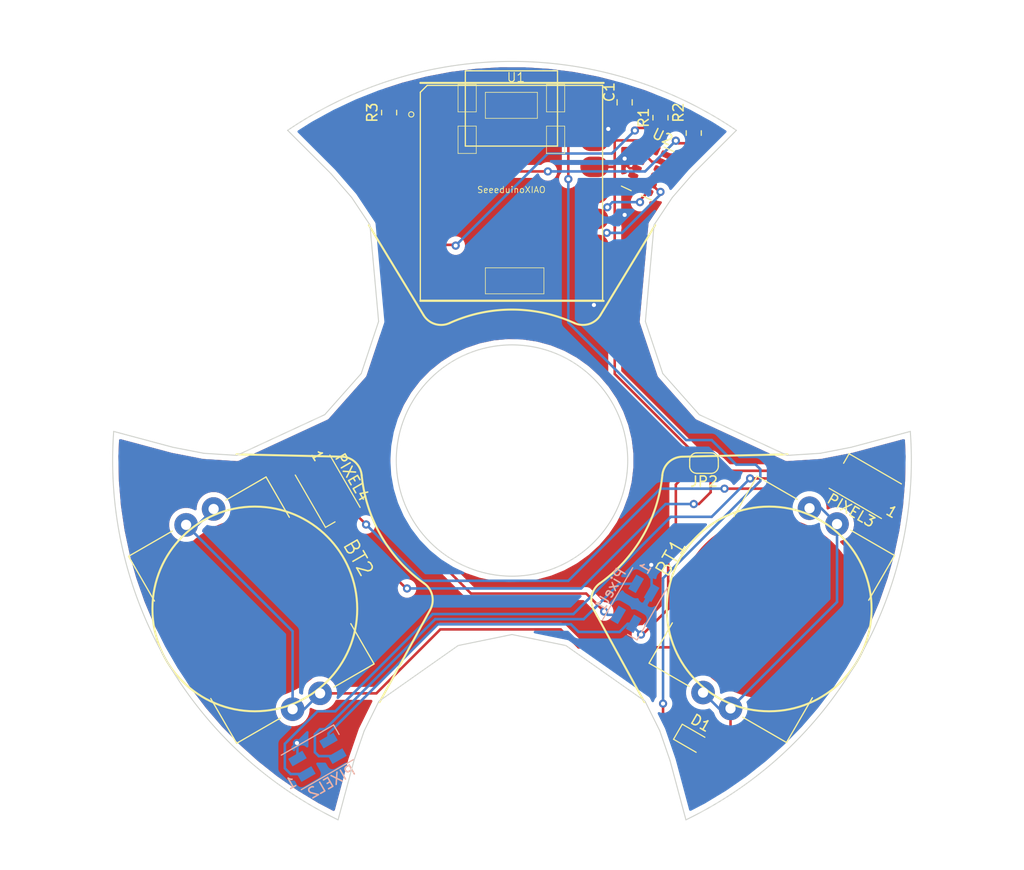
<source format=kicad_pcb>
(kicad_pcb (version 20171130) (host pcbnew "(5.1.10)-1")
  (layers (0 F.Cu signal) (31 B.Cu signal) (34 B.Paste user) (35 F.Paste user) (36 B.SilkS user) (37 F.SilkS user) (38 B.Mask user) (39 F.Mask user) (44 Edge.Cuts user))
  (net 0 "")
  (net 1 +3V3)
  (net 2 GND)
  (net 3 "Net-(D1-Pad1)")
  (net 4 "Net-(JP2-Pad1)")
  (net 5 "Net-(Pixel1-Pad4)")
  (net 6 "Net-(PIXEL2-Pad4)")
  (net 7 "Net-(PIXEL2-Pad1)")
  (net 8 "Net-(PIXEL3-Pad1)")
  (net 9 "Net-(PIXEL4-Pad1)")
  (net 10 "Net-(R3-Pad2)")
  (net 11 "Net-(U1-Pad11)")
  (net 12 INT1)
  (net 13 INT2)
  (net 14 "Net-(U1-Pad8)")
  (net 15 "Net-(U1-Pad7)")
  (net 16 SCL)
  (net 17 SDA)
  (net 18 "Net-(U1-Pad4)")
  (net 19 "Net-(U1-Pad3)")
  (net 20 "Net-(U1-Pad1)")
  (net 21 "Net-(U1-Pad17)")
  (net 22 "Net-(U1-Pad18)")
  (net 23 "Net-(U1-Pad19)")
  (net 24 "Net-(U2-Pad3)")
  (net 25 "Net-(U2-Pad10)")
  (net 26 "Net-(U2-Pad11)")
  (net 27 "Net-(BT1-PadP1)")
  (net 28 "Net-(U1-Pad20)")
  (net 29 "Net-(U1-Pad16)")
  (net 30 "Net-(U1-Pad15)")
  (net 31 /B15)
  (module BAT-HLD-001-THM:BAT_BAT-HLD-001-THM (layer F.Cu) (at 74.761129 114.491322 300)
    (fp_text reference BT2 (at 0.796824 -11.362783 120) (layer F.SilkS) (effects (font (size 1.4 1.4))))
    (fp_text value BAT-HLD-001-THM)
    (fp_line (start 10.55 8) (end 10.55 3.07) (layer F.SilkS) (width 0.127))
    (fp_line (start 5.5 8) (end 10.55 8) (layer F.SilkS) (width 0.127))
    (fp_line (start -10.55 8) (end -5.5 8) (layer F.SilkS) (width 0.127))
    (fp_line (start -10.55 3.07) (end -10.55 8) (layer F.SilkS) (width 0.127))
    (fp_line (start 10.55 -7.5) (end 10.55 -2.97) (layer F.SilkS) (width 0.127))
    (fp_line (start 6 -7.5) (end 10.55 -7.5) (layer F.SilkS) (width 0.127))
    (fp_line (start -10.55 -7.5) (end -6 -7.5) (layer F.SilkS) (width 0.127))
    (fp_line (start -10.55 -2.97) (end -10.55 -7.5) (layer F.SilkS) (width 0.127))
    (pad P4 thru_hole circle (at 10.4 -1.5 300) (size 2.3 2.3) (drill 1) (layers *.Cu *.Mask) (net 31 /B15))
    (pad P3 thru_hole circle (at 10.4 1.6 300) (size 2.3 2.3) (drill 1) (layers *.Cu *.Mask) (net 31 /B15))
    (pad P2 thru_hole circle (at -10.4 1.6 300) (size 2.3 2.3) (drill 1) (layers *.Cu *.Mask) (net 31 /B15))
    (pad P1 thru_hole circle (at -10.4 -1.5 300) (size 2.3 2.3) (drill 1) (layers *.Cu *.Mask) (net 31 /B15))
    (pad N smd circle (at 0 0 300) (size 17.8 17.8) (layers F.Cu F.Mask) (net 2 GND))
  )
  (module BAT-HLD-001-THM:BAT_BAT-HLD-001-THM (layer F.Cu) (at 125.154969 114.414968 60)
    (fp_text reference BT1 (at -0.570997 -10.818932 60) (layer F.SilkS) (effects (font (size 1.4 1.4))))
    (fp_text value BAT-HLD-001-THM)
    (fp_line (start 10.55 8) (end 10.55 3.07) (layer F.SilkS) (width 0.127))
    (fp_line (start 5.5 8) (end 10.55 8) (layer F.SilkS) (width 0.127))
    (fp_line (start -10.55 8) (end -5.5 8) (layer F.SilkS) (width 0.127))
    (fp_line (start -10.55 3.07) (end -10.55 8) (layer F.SilkS) (width 0.127))
    (fp_line (start 10.55 -7.5) (end 10.55 -2.97) (layer F.SilkS) (width 0.127))
    (fp_line (start 6 -7.5) (end 10.55 -7.5) (layer F.SilkS) (width 0.127))
    (fp_line (start -10.55 -7.5) (end -6 -7.5) (layer F.SilkS) (width 0.127))
    (fp_line (start -10.55 -2.97) (end -10.55 -7.5) (layer F.SilkS) (width 0.127))
    (pad P4 thru_hole circle (at 10.4 -1.5 60) (size 2.3 2.3) (drill 1) (layers *.Cu *.Mask) (net 27 "Net-(BT1-PadP1)"))
    (pad P3 thru_hole circle (at 10.4 1.6 60) (size 2.3 2.3) (drill 1) (layers *.Cu *.Mask) (net 27 "Net-(BT1-PadP1)"))
    (pad P2 thru_hole circle (at -10.4 1.6 60) (size 2.3 2.3) (drill 1) (layers *.Cu *.Mask) (net 27 "Net-(BT1-PadP1)"))
    (pad P1 thru_hole circle (at -10.4 -1.5 60) (size 2.3 2.3) (drill 1) (layers *.Cu *.Mask) (net 27 "Net-(BT1-PadP1)"))
    (pad N smd circle (at 0 0 60) (size 17.8 17.8) (layers F.Cu F.Mask) (net 31 /B15))
  )
  (module "Seeeduino_XIAO:Seeeduino XIAO-MOUDLE14P-2.54-21X17.8MM" (layer F.Cu) (at 91.049515 84.342097)
    (fp_text reference U1 (at 9.3345 -21.7805) (layer F.SilkS) (effects (font (size 0.889 0.889) (thickness 0.1016))))
    (fp_text value SeeeduinoXIAO (at 8.89 -10.795) (layer F.SilkS) (effects (font (size 0.6096 0.6096) (thickness 0.0762))))
    (fp_line (start 6.35 -17.78) (end 11.43 -17.78) (layer F.SilkS) (width 0.06604))
    (fp_line (start 11.43 -17.78) (end 11.43 -20.32) (layer F.SilkS) (width 0.06604))
    (fp_line (start 6.35 -20.32) (end 11.43 -20.32) (layer F.SilkS) (width 0.06604))
    (fp_line (start 6.35 -17.78) (end 6.35 -20.32) (layer F.SilkS) (width 0.06604))
    (fp_line (start 6.35 -0.635) (end 12.065 -0.635) (layer F.SilkS) (width 0.06604))
    (fp_line (start 12.065 -0.635) (end 12.065 -3.175) (layer F.SilkS) (width 0.06604))
    (fp_line (start 6.35 -3.175) (end 12.065 -3.175) (layer F.SilkS) (width 0.06604))
    (fp_line (start 6.35 -0.635) (end 6.35 -3.175) (layer F.SilkS) (width 0.06604))
    (fp_line (start 3.683 -18.415) (end 5.461 -18.415) (layer F.SilkS) (width 0.06604))
    (fp_line (start 5.461 -18.415) (end 5.461 -21.082) (layer F.SilkS) (width 0.06604))
    (fp_line (start 3.683 -21.082) (end 5.461 -21.082) (layer F.SilkS) (width 0.06604))
    (fp_line (start 3.683 -18.415) (end 3.683 -21.082) (layer F.SilkS) (width 0.06604))
    (fp_line (start 3.683 -14.34846) (end 5.461 -14.34846) (layer F.SilkS) (width 0.06604))
    (fp_line (start 5.461 -14.34846) (end 5.461 -17.018) (layer F.SilkS) (width 0.06604))
    (fp_line (start 3.683 -17.018) (end 5.461 -17.018) (layer F.SilkS) (width 0.06604))
    (fp_line (start 3.683 -14.34846) (end 3.683 -17.018) (layer F.SilkS) (width 0.06604))
    (fp_line (start 12.319 -14.34846) (end 14.097 -14.34846) (layer F.SilkS) (width 0.06604))
    (fp_line (start 14.097 -14.34846) (end 14.097 -17.018) (layer F.SilkS) (width 0.06604))
    (fp_line (start 12.319 -17.018) (end 14.097 -17.018) (layer F.SilkS) (width 0.06604))
    (fp_line (start 12.319 -14.34846) (end 12.319 -17.018) (layer F.SilkS) (width 0.06604))
    (fp_line (start 12.319 -18.415) (end 14.097 -18.415) (layer F.SilkS) (width 0.06604))
    (fp_line (start 14.097 -18.415) (end 14.097 -21.082) (layer F.SilkS) (width 0.06604))
    (fp_line (start 12.319 -21.082) (end 14.097 -21.082) (layer F.SilkS) (width 0.06604))
    (fp_line (start 12.319 -18.415) (end 12.319 -21.082) (layer F.SilkS) (width 0.06604))
    (fp_line (start 0 0) (end 17.79778 0) (layer F.SilkS) (width 0.127))
    (fp_line (start 17.79778 0) (end 17.79778 -20.99818) (layer F.SilkS) (width 0.127))
    (fp_line (start 17.79778 -20.99818) (end 0.67056 -20.99818) (layer F.SilkS) (width 0.127))
    (fp_line (start 0.67056 -20.99818) (end 0 -20.32762) (layer F.SilkS) (width 0.127))
    (fp_line (start 0 -20.32762) (end 0 0) (layer F.SilkS) (width 0.127))
    (fp_line (start 4.39928 -22.42312) (end 13.39342 -22.42312) (layer F.SilkS) (width 0.127))
    (fp_line (start 13.39342 -22.42312) (end 13.39342 -15.06982) (layer F.SilkS) (width 0.127))
    (fp_line (start 13.39342 -15.06982) (end 4.3942 -15.06982) (layer F.SilkS) (width 0.127))
    (fp_line (start 4.3942 -15.06982) (end 4.3942 -22.42312) (layer F.SilkS) (width 0.127))
    (fp_circle (center -0.889 -18.161) (end -0.889 -18.415) (layer F.SilkS) (width 0.1))
    (pad 20 smd circle (at 10.238803 -16.264187 90) (size 1.143 1.143) (layers F.Cu F.Paste F.Mask) (net 28 "Net-(U1-Pad20)"))
    (pad 19 smd circle (at 7.698803 -16.264187 90) (size 1.143 1.143) (layers F.Cu F.Paste F.Mask) (net 23 "Net-(U1-Pad19)"))
    (pad 18 smd circle (at 10.238803 -18.804187 90) (size 1.143 1.143) (layers F.Cu F.Paste F.Mask) (net 22 "Net-(U1-Pad18)"))
    (pad 17 smd circle (at 7.698803 -18.804187 90) (size 1.143 1.143) (layers F.Cu F.Paste F.Mask) (net 21 "Net-(U1-Pad17)"))
    (pad 16 smd oval (at 10.25 -1.8 90) (size 2.032 1.016) (layers F.Cu F.Paste F.Mask) (net 29 "Net-(U1-Pad16)"))
    (pad 15 smd oval (at 7.7 -1.8 90) (size 2.032 1.016) (layers F.Cu F.Paste F.Mask) (net 30 "Net-(U1-Pad15)"))
    (pad 1 smd oval (at 0.83312 -18.11782) (size 2.74828 1.99898) (layers F.Cu F.Paste F.Mask) (net 20 "Net-(U1-Pad1)"))
    (pad 2 smd oval (at 0.83312 -15.57782) (size 2.74828 1.99898) (layers F.Cu F.Paste F.Mask) (net 10 "Net-(R3-Pad2)"))
    (pad 3 smd oval (at 0.83312 -13.03782) (size 2.74828 1.99898) (layers F.Cu F.Paste F.Mask) (net 19 "Net-(U1-Pad3)"))
    (pad 4 smd oval (at 0.83312 -10.49782) (size 2.74828 1.99898) (layers F.Cu F.Paste F.Mask) (net 18 "Net-(U1-Pad4)"))
    (pad 5 smd oval (at 0.83312 -7.95782) (size 2.74828 1.99898) (layers F.Cu F.Paste F.Mask) (net 17 SDA))
    (pad 6 smd oval (at 0.83312 -5.41782) (size 2.74828 1.99898) (layers F.Cu F.Paste F.Mask) (net 16 SCL))
    (pad 7 smd oval (at 0.83312 -2.87782) (size 2.74828 1.99898) (layers F.Cu F.Paste F.Mask) (net 15 "Net-(U1-Pad7)"))
    (pad 8 smd oval (at 16.99768 -2.87782) (size 2.74828 1.99898) (layers F.Cu F.Paste F.Mask) (net 14 "Net-(U1-Pad8)"))
    (pad 9 smd oval (at 16.99768 -5.41782) (size 2.74828 1.99898) (layers F.Cu F.Paste F.Mask) (net 13 INT2))
    (pad 10 smd oval (at 16.99768 -7.95782) (size 2.74828 1.99898) (layers F.Cu F.Paste F.Mask) (net 12 INT1))
    (pad 11 smd oval (at 16.99768 -10.49782) (size 2.74828 1.99898) (layers F.Cu F.Paste F.Mask) (net 11 "Net-(U1-Pad11)"))
    (pad 12 smd oval (at 16.99768 -13.03782) (size 2.74828 1.99898) (layers F.Cu F.Paste F.Mask) (net 1 +3V3))
    (pad 13 smd oval (at 16.99768 -15.57782) (size 2.74828 1.99898) (layers F.Cu F.Paste F.Mask) (net 2 GND))
    (pad 14 smd oval (at 16.99768 -18.11782) (size 2.74828 1.99898) (layers F.Cu F.Paste F.Mask) (net 3 "Net-(D1-Pad1)"))
  )
  (module LED_SMD:LED_SK6812MINI_PLCC4_3.5x3.5mm_P1.75mm (layer F.Cu) (at 134.5 102.5 150)
    (fp_text reference PIXEL3 (at 0 -2.75 150) (layer F.SilkS))
    (fp_text value NeoPixel_THT)
    (fp_line (start 2.95 1.95) (end 2.95 0.875) (layer F.SilkS) (width 0.12))
    (fp_line (start -2.95 1.95) (end 2.95 1.95) (layer F.SilkS) (width 0.12))
    (fp_line (start -2.95 -1.95) (end 2.95 -1.95) (layer F.SilkS) (width 0.12))
    (fp_text user 1 (at -3.5 -0.875 150) (layer F.SilkS))
    (pad 1 smd rect (at -1.75 -0.875 150) (size 1.6 0.85) (layers F.Cu F.Paste F.Mask) (net 8 "Net-(PIXEL3-Pad1)"))
    (pad 2 smd rect (at -1.75 0.875 150) (size 1.6 0.85) (layers F.Cu F.Paste F.Mask) (net 2 GND))
    (pad 4 smd rect (at 1.75 -0.875 150) (size 1.6 0.85) (layers F.Cu F.Paste F.Mask) (net 7 "Net-(PIXEL2-Pad1)"))
    (pad 3 smd rect (at 1.75 0.875 150) (size 1.6 0.85) (layers F.Cu F.Paste F.Mask) (net 4 "Net-(JP2-Pad1)"))
  )
  (module LED_SMD:LED_SK6812MINI_PLCC4_3.5x3.5mm_P1.75mm (layer F.Cu) (at 82 103 300)
    (fp_text reference PIXEL4 (at 0 -2.75 120) (layer F.SilkS))
    (fp_text value NeoPixel_THT)
    (fp_line (start 2.95 1.95) (end 2.95 0.875) (layer F.SilkS) (width 0.12))
    (fp_line (start -2.95 1.95) (end 2.95 1.95) (layer F.SilkS) (width 0.12))
    (fp_line (start -2.95 -1.95) (end 2.95 -1.95) (layer F.SilkS) (width 0.12))
    (fp_text user 1 (at -3.5 -0.875 120) (layer F.SilkS))
    (pad 1 smd rect (at -1.75 -0.875 300) (size 1.6 0.85) (layers F.Cu F.Paste F.Mask) (net 9 "Net-(PIXEL4-Pad1)"))
    (pad 2 smd rect (at -1.75 0.875 300) (size 1.6 0.85) (layers F.Cu F.Paste F.Mask) (net 2 GND))
    (pad 4 smd rect (at 1.75 -0.875 300) (size 1.6 0.85) (layers F.Cu F.Paste F.Mask) (net 8 "Net-(PIXEL3-Pad1)"))
    (pad 3 smd rect (at 1.75 0.875 300) (size 1.6 0.85) (layers F.Cu F.Paste F.Mask) (net 4 "Net-(JP2-Pad1)"))
  )
  (module Capacitor_SMD:C_0805_2012Metric (layer F.Cu) (at 111 65 90)
    (fp_text reference C1 (at 1 -1.5 90) (layer F.SilkS))
    (fp_text value 0.1uF)
    (fp_line (start -0.261252 0.735) (end 0.261252 0.735) (layer F.SilkS) (width 0.12))
    (fp_line (start -0.261252 -0.735) (end 0.261252 -0.735) (layer F.SilkS) (width 0.12))
    (pad 2 smd roundrect (at 0.95 0 90) (size 1 1.45) (layers F.Cu F.Paste F.Mask) (net 2 GND))
    (pad 1 smd roundrect (at -0.95 0 90) (size 1 1.45) (layers F.Cu F.Paste F.Mask) (net 1 +3V3))
  )
  (module Jumper:SolderJumper-2_P1.3mm_Open_RoundedPad1.0x1.5mm (layer F.Cu) (at 118.75 100.25 180)
    (fp_text reference JP2 (at 0 -1.8) (layer F.SilkS))
    (fp_text value Jumper_2_Open)
    (fp_line (start -0.7 -1) (end 0.7 -1) (layer F.SilkS) (width 0.12))
    (fp_line (start 1.4 -0.3) (end 1.4 0.3) (layer F.SilkS) (width 0.12))
    (fp_line (start 0.7 1) (end -0.7 1) (layer F.SilkS) (width 0.12))
    (fp_line (start -1.4 0.3) (end -1.4 -0.3) (layer F.SilkS) (width 0.12))
    (fp_arc (start -0.7 -0.3) (end -0.7 -1) (angle -90) (layer F.SilkS) (width 0.12))
    (fp_arc (start -0.7 0.3) (end -1.4 0.3) (angle -90) (layer F.SilkS) (width 0.12))
    (fp_arc (start 0.7 0.3) (end 0.7 1) (angle -90) (layer F.SilkS) (width 0.12))
    (fp_arc (start 0.7 -0.3) (end 1.4 -0.3) (angle -90) (layer F.SilkS) (width 0.12))
    (pad 2 smd custom (at 0.65 0 180) (size 1 0.5) (layers F.Cu F.Mask) (net 1 +3V3) (options (clearance outline) (anchor rect)) (primitives (gr_circle (center 0 0.25) (end 0.5 0.25) (width 0)) (gr_circle (center 0 -0.25) (end 0.5 -0.25) (width 0)) (gr_poly (pts (xy 0 -0.75) (xy -0.5 -0.75) (xy -0.5 0.75) (xy 0 0.75)) (width 0))))
    (pad 1 smd custom (at -0.65 0 180) (size 1 0.5) (layers F.Cu F.Mask) (net 4 "Net-(JP2-Pad1)") (options (clearance outline) (anchor rect)) (primitives (gr_circle (center 0 0.25) (end 0.5 0.25) (width 0)) (gr_circle (center 0 -0.25) (end 0.5 -0.25) (width 0)) (gr_poly (pts (xy 0 -0.75) (xy 0.5 -0.75) (xy 0.5 0.75) (xy 0 0.75)) (width 0))))
  )
  (module LED_SMD:LED_SK6812MINI_PLCC4_3.5x3.5mm_P1.75mm (layer B.Cu) (at 112 114 240)
    (fp_text reference Pixel1 (at 0 2.75 240) (layer B.SilkS) (effects (justify mirror)))
    (fp_text value NeoPixel_THT)
    (fp_line (start -2.95 1.95) (end 2.95 1.95) (layer B.SilkS) (width 0.12))
    (fp_line (start -2.95 -1.95) (end 2.95 -1.95) (layer B.SilkS) (width 0.12))
    (fp_line (start 2.95 -1.95) (end 2.95 -0.875) (layer B.SilkS) (width 0.12))
    (fp_text user 1 (at -3.5 0.875 240) (layer B.SilkS) (effects (justify mirror)))
    (pad 3 smd rect (at 1.75 -0.875 240) (size 1.6 0.85) (layers B.Cu B.Paste B.Mask) (net 1 +3V3))
    (pad 4 smd rect (at 1.75 0.875 240) (size 1.6 0.85) (layers B.Cu B.Paste B.Mask) (net 5 "Net-(Pixel1-Pad4)"))
    (pad 2 smd rect (at -1.75 -0.875 240) (size 1.6 0.85) (layers B.Cu B.Paste B.Mask) (net 2 GND))
    (pad 1 smd rect (at -1.75 0.875 240) (size 1.6 0.85) (layers B.Cu B.Paste B.Mask) (net 6 "Net-(PIXEL2-Pad4)"))
  )
  (module LED_SMD:LED_SK6812MINI_PLCC4_3.5x3.5mm_P1.75mm (layer B.Cu) (at 81 129 30)
    (fp_text reference PIXEL2 (at 0 2.75 210) (layer B.SilkS) (effects (justify mirror)))
    (fp_text value NeoPixel_THT)
    (fp_line (start -2.95 1.95) (end 2.95 1.95) (layer B.SilkS) (width 0.12))
    (fp_line (start -2.95 -1.95) (end 2.95 -1.95) (layer B.SilkS) (width 0.12))
    (fp_line (start 2.95 -1.95) (end 2.95 -0.875) (layer B.SilkS) (width 0.12))
    (fp_text user 1 (at -3.5 0.875 210) (layer B.SilkS) (effects (justify mirror)))
    (pad 3 smd rect (at 1.75 -0.875 30) (size 1.6 0.85) (layers B.Cu B.Paste B.Mask) (net 1 +3V3))
    (pad 4 smd rect (at 1.75 0.875 30) (size 1.6 0.85) (layers B.Cu B.Paste B.Mask) (net 6 "Net-(PIXEL2-Pad4)"))
    (pad 2 smd rect (at -1.75 -0.875 30) (size 1.6 0.85) (layers B.Cu B.Paste B.Mask) (net 2 GND))
    (pad 1 smd rect (at -1.75 0.875 30) (size 1.6 0.85) (layers B.Cu B.Paste B.Mask) (net 7 "Net-(PIXEL2-Pad1)"))
  )
  (module Resistor_SMD:R_0805_2012Metric_Pad1.20x1.40mm_HandSolder (layer F.Cu) (at 114.5 66.5 90)
    (fp_text reference R1 (at 0 -1.65 90) (layer F.SilkS))
    (fp_text value 10K)
    (fp_line (start -0.227064 0.735) (end 0.227064 0.735) (layer F.SilkS) (width 0.12))
    (fp_line (start -0.227064 -0.735) (end 0.227064 -0.735) (layer F.SilkS) (width 0.12))
    (pad 2 smd roundrect (at 1 0 90) (size 1.2 1.4) (layers F.Cu F.Paste F.Mask) (roundrect_rratio 0.208333) (net 1 +3V3))
    (pad 1 smd roundrect (at -1 0 90) (size 1.2 1.4) (layers F.Cu F.Paste F.Mask) (roundrect_rratio 0.208333) (net 16 SCL))
  )
  (module Resistor_SMD:R_0805_2012Metric_Pad1.20x1.40mm_HandSolder (layer F.Cu) (at 88 66 90)
    (fp_text reference R3 (at 0 -1.65 90) (layer F.SilkS))
    (fp_text value 400)
    (fp_line (start -0.227064 -0.735) (end 0.227064 -0.735) (layer F.SilkS) (width 0.12))
    (fp_line (start -0.227064 0.735) (end 0.227064 0.735) (layer F.SilkS) (width 0.12))
    (pad 1 smd roundrect (at -1 0 90) (size 1.2 1.4) (layers F.Cu F.Paste F.Mask) (roundrect_rratio 0.208333) (net 5 "Net-(Pixel1-Pad4)"))
    (pad 2 smd roundrect (at 1 0 90) (size 1.2 1.4) (layers F.Cu F.Paste F.Mask) (roundrect_rratio 0.208333) (net 10 "Net-(R3-Pad2)"))
  )
  (module Package_LGA:LGA-14_3x5mm_P0.8mm_LayoutBorder1x6y (layer F.Cu) (at 113.25 71.5 335)
    (fp_text reference U2 (at 0 -3.45 155) (layer F.SilkS))
    (fp_text value ADXL343)
    (fp_line (start 0.56 2.61) (end 1.61 2.61) (layer F.SilkS) (width 0.12))
    (fp_line (start -0.56 2.61) (end -1.61 2.61) (layer F.SilkS) (width 0.12))
    (fp_line (start 0.56 -2.61) (end 1.61 -2.61) (layer F.SilkS) (width 0.12))
    (pad 14 smd roundrect (at 0 -2 335) (size 0.6 0.95) (layers F.Cu F.Paste F.Mask) (net 16 SCL))
    (pad 13 smd roundrect (at 1 -2 335) (size 0.95 0.6) (layers F.Cu F.Paste F.Mask) (net 17 SDA))
    (pad 12 smd roundrect (at 1 -1.2 335) (size 0.95 0.6) (layers F.Cu F.Paste F.Mask) (net 2 GND))
    (pad 11 smd roundrect (at 1 -0.4 335) (size 0.95 0.6) (layers F.Cu F.Paste F.Mask) (net 26 "Net-(U2-Pad11)"))
    (pad 10 smd roundrect (at 1 0.4 335) (size 0.95 0.6) (layers F.Cu F.Paste F.Mask) (net 25 "Net-(U2-Pad10)"))
    (pad 9 smd roundrect (at 1 1.2 335) (size 0.95 0.6) (layers F.Cu F.Paste F.Mask) (net 13 INT2))
    (pad 8 smd roundrect (at 1 2 335) (size 0.95 0.6) (layers F.Cu F.Paste F.Mask) (net 12 INT1))
    (pad 7 smd roundrect (at 0 2 335) (size 0.6 0.95) (layers F.Cu F.Paste F.Mask) (net 1 +3V3))
    (pad 6 smd roundrect (at -1 2 335) (size 0.95 0.6) (layers F.Cu F.Paste F.Mask) (net 1 +3V3))
    (pad 5 smd roundrect (at -1 1.2 335) (size 0.95 0.6) (layers F.Cu F.Paste F.Mask) (net 2 GND))
    (pad 4 smd roundrect (at -1 0.4 335) (size 0.95 0.6) (layers F.Cu F.Paste F.Mask) (net 2 GND))
    (pad 3 smd roundrect (at -1 -0.4 335) (size 0.95 0.6) (layers F.Cu F.Paste F.Mask) (net 24 "Net-(U2-Pad3)"))
    (pad 2 smd roundrect (at -1 -1.2 335) (size 0.95 0.6) (layers F.Cu F.Paste F.Mask) (net 2 GND))
    (pad 1 smd roundrect (at -1 -2 335) (size 0.95 0.6) (layers F.Cu F.Paste F.Mask) (net 1 +3V3))
  )
  (module Resistor_SMD:R_0805_2012Metric_Pad1.20x1.40mm_HandSolder (layer F.Cu) (at 117.75 68 90)
    (fp_text reference R2 (at 2 -1.5 90) (layer F.SilkS))
    (fp_text value 10K)
    (fp_line (start -0.227064 -0.735) (end 0.227064 -0.735) (layer F.SilkS) (width 0.12))
    (fp_line (start -0.227064 0.735) (end 0.227064 0.735) (layer F.SilkS) (width 0.12))
    (pad 1 smd roundrect (at -1 0 90) (size 1.2 1.4) (layers F.Cu F.Paste F.Mask) (roundrect_rratio 0.208333) (net 17 SDA))
    (pad 2 smd roundrect (at 1 0 90) (size 1.2 1.4) (layers F.Cu F.Paste F.Mask) (roundrect_rratio 0.208333) (net 1 +3V3))
  )
  (module Diode_SMD:D_SOD-323 (layer F.Cu) (at 117.5 127.25 330)
    (fp_text reference D1 (at 0 -1.85 150) (layer F.SilkS))
    (fp_text value D)
    (fp_line (start -1.5 -0.85) (end -1.5 0.85) (layer F.SilkS) (width 0.12))
    (fp_line (start -1.5 0.85) (end 1.05 0.85) (layer F.SilkS) (width 0.12))
    (fp_line (start -1.5 -0.85) (end 1.05 -0.85) (layer F.SilkS) (width 0.12))
    (pad 1 smd rect (at -1.05 0 330) (size 0.6 0.45) (layers F.Cu F.Paste F.Mask) (net 3 "Net-(D1-Pad1)"))
    (pad 2 smd rect (at 1.05 0 330) (size 0.6 0.45) (layers F.Cu F.Paste F.Mask) (net 27 "Net-(BT1-PadP1)"))
  )
  (gr_line (start 84.565514 129.322172) (end 83.015391 135.107308) (layer Edge.Cuts) (width 0.1))
  (gr_line (start 85.565586 126.415251) (end 84.565514 129.322172) (layer Edge.Cuts) (width 0.1))
  (gr_line (start 86.996557 123.529446) (end 85.565586 126.415251) (layer Edge.Cuts) (width 0.1))
  (gr_line (start 94.7402 118.077457) (end 86.996557 123.529446) (layer Edge.Cuts) (width 0.1))
  (gr_line (start 100 117) (end 94.7402 118.077457) (layer Edge.Cuts) (width 0.1))
  (gr_line (start 105.259799 118.077457) (end 100 117) (layer Edge.Cuts) (width 0.1))
  (gr_line (start 113.003442 123.529446) (end 105.259799 118.077457) (layer Edge.Cuts) (width 0.1))
  (gr_line (start 114.434413 126.415251) (end 113.003442 123.529446) (layer Edge.Cuts) (width 0.1))
  (gr_line (start 115.434485 129.322172) (end 114.434413 126.415251) (layer Edge.Cuts) (width 0.1))
  (gr_line (start 116.984608 135.107308) (end 115.434485 129.322172) (layer Edge.Cuts) (width 0.1))
  (gr_arc (start 100 100) (end 116.984608 135.107308) (angle -68.36541888) (layer Edge.Cuts) (width 0.1))
  (gr_line (start 133.110989 98.70557) (end 138.896124 97.155448) (layer Edge.Cuts) (width 0.1))
  (gr_line (start 130.093485 99.292943) (end 133.110989 98.70557) (layer Edge.Cuts) (width 0.1))
  (gr_line (start 126.878819 99.496588) (end 130.093485 99.292943) (layer Edge.Cuts) (width 0.1))
  (gr_line (start 118.285436 95.51639) (end 126.878819 99.496588) (layer Edge.Cuts) (width 0.1))
  (gr_line (start 114.722431 91.499999) (end 118.285436 95.51639) (layer Edge.Cuts) (width 0.1))
  (gr_line (start 113.025637 86.406151) (end 114.722431 91.499999) (layer Edge.Cuts) (width 0.1))
  (gr_line (start 113.875377 76.973964) (end 113.025637 86.406151) (layer Edge.Cuts) (width 0.1))
  (gr_line (start 115.659071 74.291805) (end 113.875377 76.973964) (layer Edge.Cuts) (width 0.1))
  (gr_line (start 117.676503 71.972256) (end 115.659071 74.291805) (layer Edge.Cuts) (width 0.1))
  (gr_line (start 121.911516 67.737243) (end 117.676503 71.972256) (layer Edge.Cuts) (width 0.1))
  (gr_arc (start 100 100) (end 121.911516 67.737243) (angle -68.36541888) (layer Edge.Cuts) (width 0.1))
  (gr_line (start 82.323496 71.972256) (end 78.088483 67.737243) (layer Edge.Cuts) (width 0.1))
  (gr_line (start 84.340928 74.291805) (end 82.323496 71.972256) (layer Edge.Cuts) (width 0.1))
  (gr_line (start 86.124622 76.973964) (end 84.340928 74.291805) (layer Edge.Cuts) (width 0.1))
  (gr_line (start 86.974362 86.406151) (end 86.124622 76.973964) (layer Edge.Cuts) (width 0.1))
  (gr_line (start 85.277568 91.5) (end 86.974362 86.406151) (layer Edge.Cuts) (width 0.1))
  (gr_line (start 81.714563 95.51639) (end 85.277568 91.5) (layer Edge.Cuts) (width 0.1))
  (gr_line (start 73.12118 99.496588) (end 81.714563 95.51639) (layer Edge.Cuts) (width 0.1))
  (gr_line (start 69.906514 99.292943) (end 73.12118 99.496588) (layer Edge.Cuts) (width 0.1))
  (gr_line (start 66.88901 98.70557) (end 69.906514 99.292943) (layer Edge.Cuts) (width 0.1))
  (gr_line (start 61.103875 97.155448) (end 66.88901 98.70557) (layer Edge.Cuts) (width 0.1))
  (gr_arc (start 100 100) (end 61.103875 97.155448) (angle -68.36541888) (layer Edge.Cuts) (width 0.1))
  (gr_circle (center 100 100) (end 111.3 100) (layer Edge.Cuts) (width 0.1))
  (gr_line (start 92.011214 114.585671) (end 87.071654 123.604161) (layer F.SilkS) (width 0.2))
  (gr_line (start 113.97763 77.001644) (end 108.637168 85.788673) (layer F.SilkS) (width 0.2))
  (gr_line (start 91.362831 85.788673) (end 86.022369 77.001644) (layer F.SilkS) (width 0.2))
  (gr_line (start 73.094024 99.394194) (end 83.374045 99.625655) (layer F.SilkS) (width 0.2))
  (gr_line (start 112.928345 123.604161) (end 107.988785 114.585671) (layer F.SilkS) (width 0.2))
  (gr_line (start 116.625954 99.625655) (end 126.905975 99.394194) (layer F.SilkS) (width 0.2))
  (gr_line (start 108.949999 63.1) (end 91.05 63.099999) (layer F.SilkS) (width 0.2))
  (gr_line (start 91.05 84.4) (end 108.949999 84.4) (layer F.SilkS) (width 0.2))
  (gr_circle (center 74.885263 114.5) (end 84.885263 114.5) (layer F.SilkS) (width 0.2))
  (gr_circle (center 125.114736 114.499999) (end 135.114736 114.499999) (layer F.SilkS) (width 0.2))
  (gr_arc (start 106.928066 84.749938) (end 106.100834 86.57084) (angle -83.14235158) (layer F.SilkS) (width 0.2))
  (gr_arc (start 100 100) (end 106.100834 86.57084) (angle -48.86437027) (layer F.SilkS) (width 0.2))
  (gr_arc (start 93.071933 84.749938) (end 91.362831 85.788673) (angle -83.14235158) (layer F.SilkS) (width 0.2))
  (gr_arc (start 83.329025 101.625149) (end 85.319589 101.431101) (angle -83.14235158) (layer F.SilkS) (width 0.2))
  (gr_arc (start 100 100) (end 85.319589 101.431101) (angle -48.86437027) (layer F.SilkS) (width 0.2))
  (gr_arc (start 90.257092 113.624912) (end 92.011214 114.585671) (angle -83.14235158) (layer F.SilkS) (width 0.2))
  (gr_arc (start 109.742907 113.624912) (end 108.579575 111.998057) (angle -83.14235158) (layer F.SilkS) (width 0.2))
  (gr_arc (start 100 100) (end 108.579575 111.998057) (angle -48.86437027) (layer F.SilkS) (width 0.2))
  (gr_arc (start 116.670974 101.625149) (end 116.625954 99.625655) (angle -83.14235158) (layer F.SilkS) (width 0.2))
  (segment (start 108.047195 71.304277) (end 109.945723 71.304277) (width 0.25) (layer F.Cu) (net 1))
  (segment (start 109.945723 71.304277) (end 110.031443 71.389997) (width 0.25) (layer F.Cu) (net 1))
  (segment (start 110.031443 77.218557) (end 110.062886 77.25) (width 0.25) (layer F.Cu) (net 1))
  (segment (start 111 65.95) (end 111 67) (width 0.25) (layer F.Cu) (net 1))
  (segment (start 111 67) (end 110.031443 67.968557) (width 0.25) (layer F.Cu) (net 1))
  (via (at 112.6 117) (size 0.8) (drill 0.4) (layers F.Cu B.Cu) (net 1))
  (segment (start 111.929728 116) (end 111.882772 115.953044) (width 0.25) (layer B.Cu) (net 1))
  (segment (start 82.078044 126.671956) (end 82.078044 127.367228) (width 0.25) (layer B.Cu) (net 1))
  (segment (start 92.75 116) (end 82.078044 126.671956) (width 0.25) (layer B.Cu) (net 1))
  (segment (start 105.75 116) (end 92.75 116) (width 0.25) (layer B.Cu) (net 1))
  (segment (start 106.5 116.75) (end 105.75 116) (width 0.25) (layer B.Cu) (net 1))
  (segment (start 110.5 116.75) (end 106.5 116.75) (width 0.25) (layer B.Cu) (net 1))
  (segment (start 111.296956 115.953044) (end 110.5 116.75) (width 0.25) (layer B.Cu) (net 1))
  (segment (start 111.882772 115.953044) (end 111.296956 115.953044) (width 0.25) (layer B.Cu) (net 1))
  (segment (start 115.25 108.25) (end 115.25 114.5) (width 0.25) (layer F.Cu) (net 1))
  (segment (start 116 107.5) (end 115.25 108.25) (width 0.25) (layer F.Cu) (net 1))
  (segment (start 111.882772 116.282772) (end 112.6 117) (width 0.25) (layer B.Cu) (net 1))
  (segment (start 111.882772 115.953044) (end 111.882772 116.282772) (width 0.25) (layer B.Cu) (net 1))
  (segment (start 112.75 117) (end 115.25 114.5) (width 0.25) (layer F.Cu) (net 1))
  (segment (start 112.6 117) (end 112.75 117) (width 0.25) (layer F.Cu) (net 1))
  (segment (start 111.921075 73.312616) (end 111.498456 72.889997) (width 0.25) (layer F.Cu) (net 1))
  (segment (start 112.404763 73.312616) (end 111.921075 73.312616) (width 0.25) (layer F.Cu) (net 1))
  (segment (start 113.188929 69.264766) (end 113.153892 69.264766) (width 0.25) (layer F.Cu) (net 1))
  (segment (start 113.153892 69.264766) (end 113.073134 69.184008) (width 0.25) (layer F.Cu) (net 1))
  (segment (start 110.031443 69.218557) (end 110.031443 71.389997) (width 0.25) (layer F.Cu) (net 1))
  (segment (start 110.110003 72.889997) (end 110.031443 72.968557) (width 0.25) (layer F.Cu) (net 1))
  (segment (start 111.498456 72.889997) (end 110.110003 72.889997) (width 0.25) (layer F.Cu) (net 1))
  (segment (start 110.031443 72.968557) (end 110.031443 77.218557) (width 0.25) (layer F.Cu) (net 1))
  (segment (start 110.031443 71.389997) (end 110.031443 72.968557) (width 0.25) (layer F.Cu) (net 1))
  (segment (start 113.188929 69.264766) (end 113.014766 69.264766) (width 0.25) (layer F.Cu) (net 1))
  (segment (start 112.468557 68.718557) (end 110.031443 68.718557) (width 0.25) (layer F.Cu) (net 1))
  (segment (start 113.014766 69.264766) (end 112.468557 68.718557) (width 0.25) (layer F.Cu) (net 1))
  (segment (start 110.031443 68.718557) (end 110.031443 69.218557) (width 0.25) (layer F.Cu) (net 1))
  (segment (start 110.031443 67.968557) (end 110.031443 68.718557) (width 0.25) (layer F.Cu) (net 1))
  (segment (start 117.75 67) (end 117 67) (width 0.25) (layer F.Cu) (net 1))
  (segment (start 115.5 65.5) (end 114.5 65.5) (width 0.25) (layer F.Cu) (net 1))
  (segment (start 117 67) (end 115.5 65.5) (width 0.25) (layer F.Cu) (net 1))
  (segment (start 111.45 65.5) (end 111 65.95) (width 0.25) (layer F.Cu) (net 1))
  (segment (start 114.5 65.5) (end 111.45 65.5) (width 0.25) (layer F.Cu) (net 1))
  (segment (start 118.1 99.6) (end 118.1 100.25) (width 0.25) (layer F.Cu) (net 1))
  (segment (start 110.031443 91.531443) (end 118.1 99.6) (width 0.25) (layer F.Cu) (net 1))
  (segment (start 110.031443 77.218557) (end 110.031443 91.531443) (width 0.25) (layer F.Cu) (net 1))
  (segment (start 116 102.35) (end 118.1 100.25) (width 0.25) (layer F.Cu) (net 1))
  (segment (start 116 107.5) (end 116 102.35) (width 0.25) (layer F.Cu) (net 1))
  (segment (start 108.047195 68.764277) (end 106.835723 68.764277) (width 0.25) (layer F.Cu) (net 2))
  (via (at 79 127.6) (size 0.8) (drill 0.4) (layers F.Cu B.Cu) (net 2))
  (segment (start 79.046956 127.646956) (end 79 127.6) (width 0.25) (layer B.Cu) (net 2))
  (segment (start 79.046956 129.117228) (end 79.046956 127.646956) (width 0.25) (layer B.Cu) (net 2))
  (segment (start 113.632772 110.232772) (end 113.6 110.2) (width 0.25) (layer B.Cu) (net 2))
  (via (at 113.6 110.2) (size 0.8) (drill 0.4) (layers F.Cu B.Cu) (net 2))
  (segment (start 113.632772 112.921956) (end 113.632772 110.232772) (width 0.25) (layer B.Cu) (net 2))
  (via (at 109.4 67.6) (size 0.8) (drill 0.4) (layers F.Cu B.Cu) (net 2))
  (segment (start 108.235723 68.764277) (end 109.4 67.6) (width 0.25) (layer F.Cu) (net 2))
  (segment (start 108.047195 68.764277) (end 108.235723 68.764277) (width 0.25) (layer F.Cu) (net 2))
  (via (at 108 84.8) (size 0.8) (drill 0.4) (layers F.Cu B.Cu) (net 2))
  (segment (start 113.672953 70.811931) (end 112.850834 69.989812) (width 0.25) (layer F.Cu) (net 2))
  (segment (start 114.640332 70.811931) (end 113.672953 70.811931) (width 0.25) (layer F.Cu) (net 2))
  (segment (start 111.25 70.95) (end 111.2 70.9) (width 0.25) (layer F.Cu) (net 2))
  (segment (start 111.25 70.85) (end 111.2 70.9) (width 0.25) (layer F.Cu) (net 2))
  (segment (start 111.83655 71.778) (end 112.174645 71.439905) (width 0.25) (layer F.Cu) (net 2))
  (segment (start 111.83655 72.164951) (end 111.83655 71.778) (width 0.25) (layer F.Cu) (net 2))
  (segment (start 112.49504 69.634018) (end 112.215982 69.634018) (width 0.25) (layer F.Cu) (net 2))
  (segment (start 112.215982 69.634018) (end 110.95 70.9) (width 0.25) (layer F.Cu) (net 2))
  (segment (start 112.850834 69.989812) (end 112.49504 69.634018) (width 0.25) (layer F.Cu) (net 2))
  (segment (start 111.489905 71.439905) (end 110.95 70.9) (width 0.25) (layer F.Cu) (net 2))
  (segment (start 112.174645 71.439905) (end 111.489905 71.439905) (width 0.25) (layer F.Cu) (net 2))
  (via (at 111 70.5) (size 0.8) (drill 0.4) (layers F.Cu B.Cu) (net 2))
  (via (at 111 76) (size 0.8) (drill 0.4) (layers F.Cu B.Cu) (net 2))
  (segment (start 116.590673 126.725) (end 116.475 126.725) (width 0.25) (layer F.Cu) (net 3))
  (segment (start 114.75 125) (end 114.75 123.75) (width 0.25) (layer F.Cu) (net 3))
  (via (at 114.75 123.75) (size 0.8) (drill 0.4) (layers F.Cu B.Cu) (net 3))
  (segment (start 116.475 126.725) (end 114.75 125) (width 0.25) (layer F.Cu) (net 3))
  (segment (start 114.75 123.75) (end 114.75 111.75) (width 0.25) (layer B.Cu) (net 3))
  (segment (start 114.75 111.75) (end 114.75 111.5) (width 0.25) (layer B.Cu) (net 3))
  (segment (start 114.75 111.5) (end 122.375 103.875) (width 0.25) (layer B.Cu) (net 3))
  (segment (start 122.375 103.875) (end 122.5 103.75) (width 0.25) (layer B.Cu) (net 3))
  (via (at 105.5 72.5) (size 0.8) (drill 0.4) (layers F.Cu B.Cu) (net 3))
  (segment (start 105.5 68.771472) (end 108.047195 66.224277) (width 0.25) (layer F.Cu) (net 3))
  (segment (start 105.5 72.5) (end 105.5 68.771472) (width 0.25) (layer F.Cu) (net 3))
  (segment (start 119.5 98) (end 117 98) (width 0.25) (layer B.Cu) (net 3))
  (segment (start 121.9 100.4) (end 119.5 98) (width 0.25) (layer B.Cu) (net 3))
  (segment (start 123.8 100.4) (end 121.9 100.4) (width 0.25) (layer B.Cu) (net 3))
  (segment (start 124.25 100.85) (end 123.8 100.4) (width 0.25) (layer B.Cu) (net 3))
  (segment (start 124.25 102) (end 124.25 100.85) (width 0.25) (layer B.Cu) (net 3))
  (segment (start 122.375 103.875) (end 124.25 102) (width 0.25) (layer B.Cu) (net 3))
  (segment (start 105.5 72.5) (end 105.5 86.5) (width 0.25) (layer B.Cu) (net 3))
  (segment (start 105.5 86.5) (end 107.125 88.125) (width 0.25) (layer B.Cu) (net 3))
  (segment (start 107.125 88.125) (end 106.575 87.575) (width 0.25) (layer B.Cu) (net 3))
  (segment (start 117 98) (end 107.125 88.125) (width 0.25) (layer B.Cu) (net 3))
  (via (at 117.75 104.25) (size 0.8) (drill 0.4) (layers F.Cu B.Cu) (net 4))
  (segment (start 115 104.25) (end 117.75 104.25) (width 0.25) (layer B.Cu) (net 4))
  (segment (start 117.75 104.25) (end 118.25 104.25) (width 0.25) (layer F.Cu) (net 4))
  (segment (start 119.4 103.1) (end 119.4 100.25) (width 0.25) (layer F.Cu) (net 4))
  (segment (start 118.25 104.25) (end 119.4 103.1) (width 0.25) (layer F.Cu) (net 4))
  (segment (start 106.75 112.5) (end 115 104.25) (width 0.25) (layer B.Cu) (net 4))
  (via (at 89.75 112.5) (size 0.8) (drill 0.4) (layers F.Cu B.Cu) (net 4))
  (segment (start 106.75 112.5) (end 89.75 112.5) (width 0.25) (layer B.Cu) (net 4))
  (segment (start 89.664184 112.5) (end 89.332092 112.167908) (width 0.25) (layer F.Cu) (net 4))
  (segment (start 89.75 112.5) (end 89.664184 112.5) (width 0.25) (layer F.Cu) (net 4))
  (segment (start 82.117228 104.953044) (end 89.332092 112.167908) (width 0.25) (layer F.Cu) (net 4))
  (segment (start 133.289184 101) (end 133.421956 100.867228) (width 0.25) (layer F.Cu) (net 4))
  (segment (start 121 101) (end 133.289184 101) (width 0.25) (layer F.Cu) (net 4))
  (segment (start 120.25 100.25) (end 121 101) (width 0.25) (layer F.Cu) (net 4))
  (segment (start 119.4 100.25) (end 120.25 100.25) (width 0.25) (layer F.Cu) (net 4))
  (via (at 109 114.75) (size 0.8) (drill 0.4) (layers F.Cu B.Cu) (net 5))
  (segment (start 109.328044 115.078044) (end 109 114.75) (width 0.25) (layer B.Cu) (net 5))
  (segment (start 110.367228 115.078044) (end 109.328044 115.078044) (width 0.25) (layer B.Cu) (net 5))
  (segment (start 88 105) (end 88 67) (width 0.25) (layer F.Cu) (net 5))
  (segment (start 96 113) (end 88 105) (width 0.25) (layer F.Cu) (net 5))
  (segment (start 107.25 113) (end 96 113) (width 0.25) (layer F.Cu) (net 5))
  (segment (start 109 114.75) (end 107.25 113) (width 0.25) (layer F.Cu) (net 5))
  (segment (start 112.117228 112.046956) (end 110.453044 112.046956) (width 0.25) (layer B.Cu) (net 6))
  (segment (start 110.453044 112.046956) (end 107 115.5) (width 0.25) (layer B.Cu) (net 6))
  (segment (start 107 115.5) (end 92.5 115.5) (width 0.25) (layer B.Cu) (net 6))
  (segment (start 92.5 115.5) (end 81.75 126.25) (width 0.25) (layer B.Cu) (net 6))
  (segment (start 81.75 126.25) (end 81.25 126.25) (width 0.25) (layer B.Cu) (net 6))
  (segment (start 81.25 126.25) (end 80.75 126.75) (width 0.25) (layer B.Cu) (net 6))
  (segment (start 80.75 126.75) (end 80.75 128.5) (width 0.25) (layer B.Cu) (net 6))
  (segment (start 81.132772 128.882772) (end 82.953044 128.882772) (width 0.25) (layer B.Cu) (net 6))
  (segment (start 80.75 128.5) (end 81.132772 128.882772) (width 0.25) (layer B.Cu) (net 6))
  (segment (start 119.5 105.5) (end 115.5 105.5) (width 0.25) (layer B.Cu) (net 7))
  (segment (start 123.25 101.75) (end 119.5 105.5) (width 0.25) (layer B.Cu) (net 7))
  (segment (start 115.5 105.5) (end 106 115) (width 0.25) (layer B.Cu) (net 7))
  (segment (start 78.382772 130.632772) (end 79.921956 130.632772) (width 0.25) (layer B.Cu) (net 7))
  (segment (start 77.816626 127.683374) (end 77.816626 130.066626) (width 0.25) (layer B.Cu) (net 7))
  (segment (start 82.75 124.5) (end 81 124.5) (width 0.25) (layer B.Cu) (net 7))
  (segment (start 77.816626 130.066626) (end 78.382772 130.632772) (width 0.25) (layer B.Cu) (net 7))
  (segment (start 81 124.5) (end 77.816626 127.683374) (width 0.25) (layer B.Cu) (net 7))
  (segment (start 92.25 115) (end 82.75 124.5) (width 0.25) (layer B.Cu) (net 7))
  (segment (start 106 115) (end 92.25 115) (width 0.25) (layer B.Cu) (net 7))
  (via (at 123.25 101.75) (size 0.8) (drill 0.4) (layers F.Cu B.Cu) (net 7))
  (segment (start 131.914184 101.75) (end 132.546956 102.382772) (width 0.25) (layer F.Cu) (net 7))
  (segment (start 123.25 101.75) (end 131.914184 101.75) (width 0.25) (layer F.Cu) (net 7))
  (segment (start 131.382772 103.632772) (end 130.5 102.75) (width 0.25) (layer F.Cu) (net 8))
  (via (at 120.75 102.75) (size 0.8) (drill 0.4) (layers F.Cu B.Cu) (net 8))
  (segment (start 130.5 102.75) (end 120.75 102.75) (width 0.25) (layer F.Cu) (net 8))
  (segment (start 120.75 102.75) (end 114.5 102.75) (width 0.25) (layer B.Cu) (net 8))
  (segment (start 114.5 102.75) (end 105.5 111.75) (width 0.25) (layer B.Cu) (net 8))
  (segment (start 105.5 111.75) (end 93.75 111.75) (width 0.25) (layer B.Cu) (net 8))
  (via (at 85.75 106.25) (size 0.8) (drill 0.4) (layers F.Cu B.Cu) (net 8))
  (segment (start 91.25 111.75) (end 85.75 106.25) (width 0.25) (layer B.Cu) (net 8))
  (segment (start 93.75 111.75) (end 91.25 111.75) (width 0.25) (layer B.Cu) (net 8))
  (segment (start 83.632772 104.132772) (end 83.632772 104.078044) (width 0.25) (layer F.Cu) (net 8))
  (segment (start 85.75 106.25) (end 83.632772 104.132772) (width 0.25) (layer F.Cu) (net 8))
  (segment (start 135.078044 103.632772) (end 135.578044 104.132772) (width 0.25) (layer F.Cu) (net 8))
  (segment (start 131.382772 103.632772) (end 135.078044 103.632772) (width 0.25) (layer F.Cu) (net 8))
  (segment (start 91.882635 68.764277) (end 91.014277 68.764277) (width 0.25) (layer F.Cu) (net 10))
  (segment (start 91.014277 68.764277) (end 89.5 67.25) (width 0.25) (layer F.Cu) (net 10))
  (segment (start 89.5 66.5) (end 88 65) (width 0.25) (layer F.Cu) (net 10))
  (segment (start 89.5 67.25) (end 89.5 66.5) (width 0.25) (layer F.Cu) (net 10))
  (segment (start 107.784277 76.384277) (end 108.047195 76.384277) (width 0.25) (layer F.Cu) (net 12))
  (via (at 109.306443 75.25) (size 0.8) (drill 0.4) (layers F.Cu B.Cu) (net 12))
  (segment (start 108.172166 76.384277) (end 109.306443 75.25) (width 0.25) (layer F.Cu) (net 12))
  (segment (start 108.047195 76.384277) (end 108.172166 76.384277) (width 0.25) (layer F.Cu) (net 12))
  (via (at 112.5 74.75) (size 0.8) (drill 0.4) (layers F.Cu B.Cu) (net 12))
  (segment (start 109.306443 75.25) (end 109.806443 74.75) (width 0.25) (layer B.Cu) (net 12))
  (segment (start 112.5 74.546305) (end 113.311071 73.735234) (width 0.25) (layer F.Cu) (net 12))
  (segment (start 112.5 74.75) (end 112.5 74.546305) (width 0.25) (layer F.Cu) (net 12))
  (segment (start 109.806443 74.75) (end 112.5 74.75) (width 0.25) (layer B.Cu) (net 12))
  (segment (start 107.724277 78.924277) (end 108.047195 78.924277) (width 0.25) (layer F.Cu) (net 13))
  (segment (start 108.047195 78.924277) (end 108.075723 78.924277) (width 0.25) (layer F.Cu) (net 13))
  (via (at 109.251189 77.751961) (size 0.8) (drill 0.4) (layers F.Cu B.Cu) (net 13))
  (segment (start 109.248039 77.751961) (end 109.251189 77.751961) (width 0.25) (layer F.Cu) (net 13))
  (segment (start 108.075723 78.924277) (end 109.248039 77.751961) (width 0.25) (layer F.Cu) (net 13))
  (via (at 114.5 73.75) (size 0.8) (drill 0.4) (layers F.Cu B.Cu) (net 13))
  (segment (start 114.5 74) (end 114.5 73.75) (width 0.25) (layer B.Cu) (net 13))
  (segment (start 110.748039 77.751961) (end 114.5 74) (width 0.25) (layer B.Cu) (net 13))
  (segment (start 114.388978 73.75) (end 113.649166 73.010188) (width 0.25) (layer F.Cu) (net 13))
  (segment (start 114.5 73.75) (end 114.388978 73.75) (width 0.25) (layer F.Cu) (net 13))
  (segment (start 109.251189 77.751961) (end 110.748039 77.751961) (width 0.25) (layer B.Cu) (net 13))
  (via (at 94.5 79) (size 0.8) (drill 0.4) (layers F.Cu B.Cu) (net 16))
  (segment (start 94.424277 78.924277) (end 94.5 79) (width 0.25) (layer F.Cu) (net 16))
  (segment (start 91.882635 78.924277) (end 94.424277 78.924277) (width 0.25) (layer F.Cu) (net 16))
  (segment (start 94.5 79) (end 103.5 70) (width 0.25) (layer B.Cu) (net 16))
  (segment (start 114.095237 67.904763) (end 114.5 67.5) (width 0.25) (layer F.Cu) (net 16))
  (segment (start 114.095237 69.687384) (end 114.095237 67.904763) (width 0.25) (layer F.Cu) (net 16))
  (segment (start 112.25 67.5) (end 112 67.75) (width 0.25) (layer F.Cu) (net 16))
  (via (at 112 67.75) (size 0.8) (drill 0.4) (layers F.Cu B.Cu) (net 16))
  (segment (start 114.5 67.5) (end 112.25 67.5) (width 0.25) (layer F.Cu) (net 16))
  (segment (start 109.75 70) (end 103.5 70) (width 0.25) (layer B.Cu) (net 16))
  (segment (start 112 67.75) (end 109.75 70) (width 0.25) (layer B.Cu) (net 16))
  (segment (start 116.639997 70.110003) (end 117.75 69) (width 0.25) (layer F.Cu) (net 17))
  (segment (start 115.001544 70.110003) (end 116.639997 70.110003) (width 0.25) (layer F.Cu) (net 17))
  (via (at 116 68.75) (size 0.8) (drill 0.4) (layers F.Cu B.Cu) (net 17))
  (segment (start 116.25 69) (end 116 68.75) (width 0.25) (layer F.Cu) (net 17))
  (segment (start 117.75 69) (end 116.25 69) (width 0.25) (layer F.Cu) (net 17))
  (segment (start 116 68.75) (end 113 71.75) (width 0.25) (layer B.Cu) (net 17))
  (via (at 103.5 71.75) (size 0.8) (drill 0.4) (layers F.Cu B.Cu) (net 17))
  (segment (start 113 71.75) (end 103.5 71.75) (width 0.25) (layer B.Cu) (net 17))
  (segment (start 96.516912 71.75) (end 91.882635 76.384277) (width 0.25) (layer F.Cu) (net 17))
  (segment (start 103.5 71.75) (end 96.516912 71.75) (width 0.25) (layer F.Cu) (net 17))
  (segment (start 121.34061 124.221632) (end 121.34061 126.65939) (width 0.25) (layer F.Cu) (net 27))
  (segment (start 120.225 127.775) (end 118.409327 127.775) (width 0.25) (layer F.Cu) (net 27))
  (segment (start 121.34061 126.65939) (end 120.225 127.775) (width 0.25) (layer F.Cu) (net 27))
  (segment (start 131.74061 113.821632) (end 121.34061 124.221632) (width 0.25) (layer B.Cu) (net 27))
  (segment (start 131.74061 106.208304) (end 131.74061 113.821632) (width 0.25) (layer B.Cu) (net 27))
  (segment (start 130.19061 104.658304) (end 129.055931 104.658304) (width 0.25) (layer B.Cu) (net 27))
  (segment (start 131.74061 106.208304) (end 130.19061 104.658304) (width 0.25) (layer B.Cu) (net 27))
  (segment (start 120.205931 124.221632) (end 121.34061 124.221632) (width 0.25) (layer B.Cu) (net 27))
  (segment (start 118.655931 122.671632) (end 120.205931 124.221632) (width 0.25) (layer B.Cu) (net 27))
  (segment (start 79.710167 124.297986) (end 78.575488 124.297986) (width 0.25) (layer B.Cu) (net 31))
  (segment (start 81.260167 122.747986) (end 79.710167 124.297986) (width 0.25) (layer B.Cu) (net 31))
  (segment (start 69.310167 106.284658) (end 68.175488 106.284658) (width 0.25) (layer B.Cu) (net 31))
  (segment (start 70.860167 104.734658) (end 69.310167 106.284658) (width 0.25) (layer B.Cu) (net 31))
  (segment (start 78.575488 116.684658) (end 68.175488 106.284658) (width 0.25) (layer B.Cu) (net 31))
  (segment (start 78.575488 124.297986) (end 78.575488 116.684658) (width 0.25) (layer B.Cu) (net 31))
  (segment (start 81.260167 122.747986) (end 86.752014 122.747986) (width 0.25) (layer F.Cu) (net 31))
  (segment (start 86.752014 122.747986) (end 93 116.5) (width 0.25) (layer F.Cu) (net 31))
  (segment (start 93 116.5) (end 104.75 116.5) (width 0.25) (layer F.Cu) (net 31))
  (segment (start 104.75 116.5) (end 106.5 118.25) (width 0.25) (layer F.Cu) (net 31))
  (segment (start 121.319937 118.25) (end 125.154969 114.414968) (width 0.25) (layer F.Cu) (net 31))
  (segment (start 106.5 118.25) (end 121.319937 118.25) (width 0.25) (layer F.Cu) (net 31))
  (zone (net 2) (net_name GND) (layer F.Cu) (connect_pads (clearance 0.508)) (min_thickness 0.254) (fill yes (arc_segments 32) (thermal_gap 0.508) (thermal_bridge_width 0.508))
    (polygon (pts (xy 150 140) (xy 50 140) (xy 50 55) (xy 150 55)))
  )
  (zone (net 2) (net_name GND) (layer B.Cu) (connect_pads (clearance 0.508)) (min_thickness 0.254) (fill yes (arc_segments 32) (thermal_gap 0.508) (thermal_bridge_width 0.508))
    (polygon (pts (xy 150 140) (xy 50 140) (xy 50 55) (xy 150 55)))
  )
)
</source>
